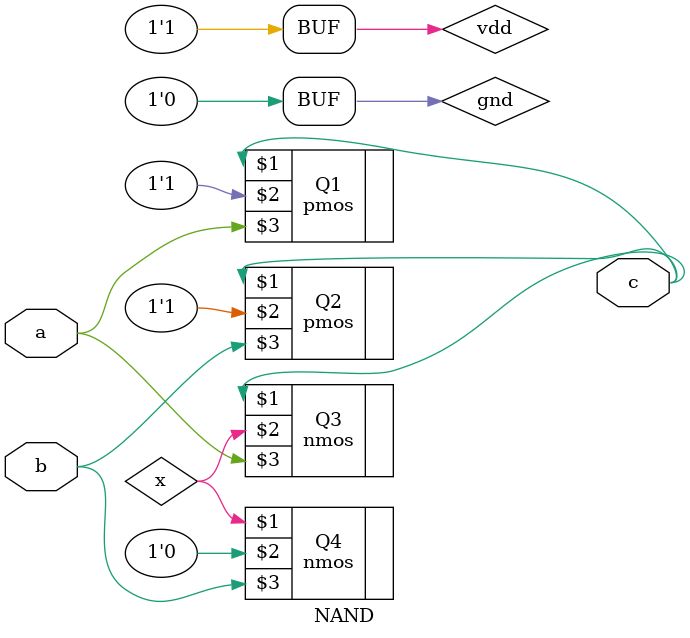
<source format=v>
module NAND (
    output c,
    input a, b
);
    wire x;

    // power 
    supply1 vdd;
    supply0 gnd;

    // pull up network
    pmos Q1(c, vdd, a);
    pmos Q2(c, vdd, b);

    // pull down network
    nmos Q3(c, x, a);
    nmos Q4(x, gnd, b);

endmodule
</source>
